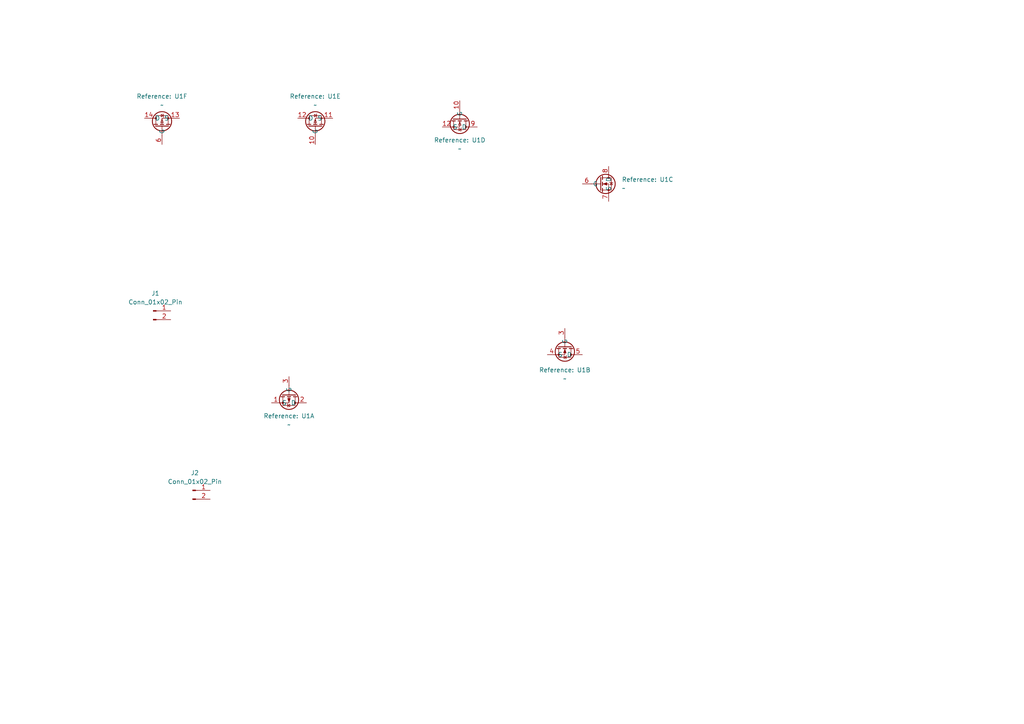
<source format=kicad_sch>
(kicad_sch (version 20250114) (generator "eeschema") (generator_version "9.0")
  (paper "A4")
  (lib_symbols
    (symbol "Connector:Conn_01x02_Pin" (pin_names (offset 1.016) (hide yes))
      (property "Reference" "J" (at 0 2.54 0))
      (property "Value" "Conn_01x02_Pin" (at 0 -5.08 0))
      (symbol "Conn_01x02_Pin_1_1"
        (rectangle (start 0.8636 0.127) (end 0 -0.127) (stroke (width 0.1524)) (fill (type outline)))
        (rectangle (start 0.8636 -2.413) (end 0 -2.667) (stroke (width 0.1524)) (fill (type outline)))
        (polyline (pts (xy 1.27 0) (xy 0.8636 0)) (stroke (width 0.1524)))
        (polyline (pts (xy 1.27 -2.54) (xy 0.8636 -2.54)) (stroke (width 0.1524)))
        (pin passive line (at 5.08 0 180) (length 3.81) (name "Pin_1") (number "1"))
        (pin passive line (at 5.08 -2.54 180) (length 3.81) (name "Pin_2") (number "2"))
      )
    )
    (symbol "Transistor_FET:CD4007"
      (property "Reference" "U" (at 0.762 4.826 0) (show_name))
      (symbol "CD4007_1_1"
        (polyline (pts (xy -2.54 -8.89) (xy 0 -8.89) (xy 0 -7.112)))
        (circle (center -1.778 -8.89) (radius 0.254) (fill (type outline)))
        (polyline (pts (xy -1.27 -7.112) (xy -2.286 -7.112)) (stroke (width 0.254)))
        (polyline (pts (xy -0.508 -9.144) (xy -0.381 -9.271) (xy -0.381 -10.033) (xy -0.254 -10.16)))
        (polyline (pts (xy -0.381 -9.652) (xy 0.254 -9.271) (xy 0.254 -10.033) (xy -0.381 -9.652)))
        (polyline (pts (xy 0 -6.604) (xy 0 -3.81)))
        (circle (center 0 -8.001) (radius 2.794) (stroke (width 0.254)))
        (polyline (pts (xy 0 -8.636) (xy 0.381 -7.62) (xy -0.381 -7.62) (xy 0 -8.636)) (fill (type outline)))
        (polyline (pts (xy 0.508 -7.112) (xy -0.508 -7.112)) (stroke (width 0.254)))
        (polyline (pts (xy 1.778 -7.112) (xy 1.778 -9.652) (xy -1.778 -9.652) (xy -1.778 -7.112)))
        (circle (center 1.778 -8.89) (radius 0.254) (fill (type outline)))
        (polyline (pts (xy 1.905 -6.604) (xy -1.905 -6.604)) (stroke (width 0.254)))
        (polyline (pts (xy 2.286 -7.112) (xy 1.27 -7.112)) (stroke (width 0.254)))
        (polyline (pts (xy 2.54 -8.89) (xy 1.778 -8.89)))
        (pin passive line (at -5.08 -8.89 0) (length 2.54) (name "S") (number "1"))
        (pin input line (at 0 -1.27 270) (length 2.54) (name "G") (number "3"))
        (pin passive line (at 5.08 -8.89 180) (length 2.54) (name "D") (number "2"))
      )
      (symbol "CD4007_2_1"
        (polyline (pts (xy -1.905 -10.795) (xy 0.635 -10.795) (xy 0.635 -9.017)))
        (polyline (pts (xy -1.143 -9.017) (xy -1.143 -11.557) (xy 2.413 -11.557) (xy 2.413 -9.017)))
        (circle (center -1.143 -10.795) (radius 0.254) (fill (type outline)))
        (polyline (pts (xy -0.635 -9.017) (xy -1.651 -9.017)) (stroke (width 0.254)))
        (polyline (pts (xy 0.635 -8.509) (xy 0.635 -5.715)))
        (polyline (pts (xy 0.635 -9.271) (xy 1.016 -10.287) (xy 0.254 -10.287) (xy 0.635 -9.271)) (fill (type outline)))
        (circle (center 0.635 -9.906) (radius 2.794) (stroke (width 0.254)))
        (polyline (pts (xy 1.016 -11.557) (xy 0.381 -11.176) (xy 0.381 -11.938) (xy 1.016 -11.557)))
        (polyline (pts (xy 1.143 -9.017) (xy 0.127 -9.017)) (stroke (width 0.254)))
        (polyline (pts (xy 1.143 -11.049) (xy 1.016 -11.176) (xy 1.016 -11.938) (xy 0.889 -12.065)))
        (circle (center 2.413 -10.795) (radius 0.254) (fill (type outline)))
        (polyline (pts (xy 2.54 -8.509) (xy -1.27 -8.509)) (stroke (width 0.254)))
        (polyline (pts (xy 2.921 -9.017) (xy 1.905 -9.017)) (stroke (width 0.254)))
        (polyline (pts (xy 3.175 -10.795) (xy 2.413 -10.795)))
        (pin passive line (at -4.445 -10.795 0) (length 2.54) (name "S") (number "4"))
        (pin input line (at 0.635 -3.175 270) (length 2.54) (name "G") (number "3"))
        (pin passive line (at 5.715 -10.795 180) (length 2.54) (name "D") (number "5"))
      )
      (symbol "CD4007_3_1"
        (polyline (pts (xy 14.224 -12.065) (xy 14.224 -15.875)) (stroke (width 0.254)))
        (polyline (pts (xy 14.224 -13.97) (xy 11.43 -13.97)))
        (polyline (pts (xy 14.732 -11.684) (xy 14.732 -12.7)) (stroke (width 0.254)))
        (polyline (pts (xy 14.732 -13.462) (xy 14.732 -14.478)) (stroke (width 0.254)))
        (polyline (pts (xy 14.732 -15.24) (xy 14.732 -16.256)) (stroke (width 0.254)))
        (polyline (pts (xy 14.732 -15.748) (xy 17.272 -15.748) (xy 17.272 -12.192) (xy 14.732 -12.192)))
        (polyline (pts (xy 14.986 -13.97) (xy 16.002 -13.589) (xy 16.002 -14.351) (xy 14.986 -13.97)) (fill (type outline)))
        (circle (center 15.621 -13.97) (radius 2.794) (stroke (width 0.254)))
        (polyline (pts (xy 16.51 -11.43) (xy 16.51 -12.192)))
        (circle (center 16.51 -12.192) (radius 0.254) (fill (type outline)))
        (circle (center 16.51 -15.748) (radius 0.254) (fill (type outline)))
        (polyline (pts (xy 16.51 -16.51) (xy 16.51 -13.97) (xy 14.732 -13.97)))
        (polyline (pts (xy 16.764 -13.462) (xy 16.891 -13.589) (xy 17.653 -13.589) (xy 17.78 -13.716)))
        (polyline (pts (xy 17.272 -13.589) (xy 16.891 -14.224) (xy 17.653 -14.224) (xy 17.272 -13.589)))
        (pin input line (at 8.89 -13.97 0) (length 2.54) (name "G") (number "6"))
        (pin passive line (at 16.51 -8.89 270) (length 2.54) (name "D") (number "8"))
        (pin passive line (at 16.51 -19.05 90) (length 2.54) (name "S") (number "7"))
      )
      (symbol "CD4007_4_1"
        (polyline (pts (xy -1.27 -12.7) (xy 1.27 -12.7) (xy 1.27 -10.922)))
        (polyline (pts (xy -0.508 -10.922) (xy -0.508 -13.462) (xy 3.048 -13.462) (xy 3.048 -10.922)))
        (circle (center -0.508 -12.7) (radius 0.254))
        (polyline (pts (xy 0 -10.922) (xy -1.016 -10.922)) (stroke (width 0.254)))
        (polyline (pts (xy 1.27 -10.414) (xy 1.27 -7.62)))
        (polyline (pts (xy 1.27 -11.176) (xy 1.651 -12.192) (xy 0.889 -12.192) (xy 1.27 -11.176)))
        (circle (center 1.27 -11.811) (radius 2.794) (stroke (width 0.254)))
        (polyline (pts (xy 1.651 -13.462) (xy 1.016 -13.081) (xy 1.016 -13.843) (xy 1.651 -13.462)))
        (polyline (pts (xy 1.778 -10.922) (xy 0.762 -10.922)) (stroke (width 0.254)))
        (polyline (pts (xy 1.778 -12.954) (xy 1.651 -13.081) (xy 1.651 -13.843) (xy 1.524 -13.97)))
        (circle (center 3.048 -12.7) (radius 0.254))
        (polyline (pts (xy 3.175 -10.414) (xy -0.635 -10.414)) (stroke (width 0.254)))
        (polyline (pts (xy 3.556 -10.922) (xy 2.54 -10.922)) (stroke (width 0.254)))
        (polyline (pts (xy 3.81 -12.7) (xy 3.048 -12.7)))
        (pin passive line (at -3.81 -12.7 0) (length 2.54) (name "S") (number "12"))
        (pin input line (at 1.27 -5.08 270) (length 2.54) (name "G") (number "10"))
        (pin passive line (at 6.35 -12.7 180) (length 2.54) (name "D") (number "9"))
      )
      (symbol "CD4007_5_1"
        (polyline (pts (xy -21.59 -8.89) (xy -20.828 -8.89)))
        (polyline (pts (xy -21.336 -10.668) (xy -20.32 -10.668)) (stroke (width 0.254)))
        (polyline (pts (xy -20.955 -11.176) (xy -17.145 -11.176)) (stroke (width 0.254)))
        (circle (center -20.828 -8.89) (radius 0.254))
        (polyline (pts (xy -20.828 -10.668) (xy -20.828 -8.128) (xy -17.272 -8.128) (xy -17.272 -10.668)))
        (polyline (pts (xy -19.558 -10.668) (xy -18.542 -10.668)) (stroke (width 0.254)))
        (polyline (pts (xy -19.05 -9.144) (xy -19.431 -10.16) (xy -18.669 -10.16) (xy -19.05 -9.144)))
        (circle (center -19.05 -9.779) (radius 2.794) (stroke (width 0.254)))
        (polyline (pts (xy -19.05 -11.176) (xy -19.05 -13.97)))
        (polyline (pts (xy -18.669 -8.128) (xy -19.304 -8.509) (xy -19.304 -7.747) (xy -18.669 -8.128)))
        (polyline (pts (xy -18.542 -8.636) (xy -18.669 -8.509) (xy -18.669 -7.747) (xy -18.796 -7.62)))
        (polyline (pts (xy -17.78 -10.668) (xy -16.764 -10.668)) (stroke (width 0.254)))
        (circle (center -17.272 -8.89) (radius 0.254))
        (polyline (pts (xy -16.51 -8.89) (xy -19.05 -8.89) (xy -19.05 -10.668)))
        (pin passive line (at -24.13 -8.89 0) (length 2.54) (name "D") (number "12"))
        (pin input line (at -19.05 -16.51 90) (length 2.54) (name "G") (number "10"))
        (pin passive line (at -13.97 -8.89 180) (length 2.54) (name "S") (number "11"))
      )
      (symbol "CD4007_6_1"
        (polyline (pts (xy -36.83 -6.35) (xy -36.068 -6.35)))
        (polyline (pts (xy -36.576 -8.128) (xy -35.56 -8.128)) (stroke (width 0.254)))
        (polyline (pts (xy -36.195 -8.636) (xy -32.385 -8.636)) (stroke (width 0.254)))
        (circle (center -36.068 -6.35) (radius 0.254))
        (polyline (pts (xy -36.068 -8.128) (xy -36.068 -5.588) (xy -32.512 -5.588) (xy -32.512 -8.128)))
        (polyline (pts (xy -34.798 -8.128) (xy -33.782 -8.128)) (stroke (width 0.254)))
        (polyline (pts (xy -34.29 -6.604) (xy -34.671 -7.62) (xy -33.909 -7.62) (xy -34.29 -6.604)))
        (circle (center -34.29 -7.239) (radius 2.794) (stroke (width 0.254)))
        (polyline (pts (xy -34.29 -8.636) (xy -34.29 -11.43)))
        (polyline (pts (xy -33.909 -5.588) (xy -34.544 -5.969) (xy -34.544 -5.207) (xy -33.909 -5.588)))
        (polyline (pts (xy -33.782 -6.096) (xy -33.909 -5.969) (xy -33.909 -5.207) (xy -34.036 -5.08)))
        (polyline (pts (xy -33.02 -8.128) (xy -32.004 -8.128)) (stroke (width 0.254)))
        (circle (center -32.512 -6.35) (radius 0.254))
        (polyline (pts (xy -31.75 -6.35) (xy -34.29 -6.35) (xy -34.29 -8.128)))
        (pin passive line (at -39.37 -6.35 0) (length 2.54) (name "D") (number "14"))
        (pin input line (at -34.29 -13.97 90) (length 2.54) (name "G") (number "6"))
        (pin passive line (at -29.21 -6.35 180) (length 2.54) (name "S") (number "13"))
      )
    )
  )
  (symbol (lib_id "Connector:Conn_01x02_Pin") (at 55.88 142.24 0) (unit 1)
    (property "Reference" "J2" (at 56.515 137.16 0))
    (property "Value" "Conn_01x02_Pin" (at 56.515 139.7 0))
    (property "Footprint" "Connector_PinHeader_2.00mm:PinHeader_1x02_P2.00mm_Vertical" (effects (hide yes)))
    (property "Description" "Generic connector, single row, 01x02, script generated" (effects (hide yes)))
  )
  (symbol (lib_id "Transistor_FET:CD4007") (at 83.82 107.95 0) (unit 1)
    (property "Reference" "U1" (at 83.82 120.65 0) (show_name yes))
    (property "Value" "~" (at 83.82 123.19 0))
    (property "Footprint" "Package_DIP:DIP-14_W7.62mm" (effects (hide yes)))
  )
  (symbol (lib_id "Connector:Conn_01x02_Pin") (at 44.45 90.17 0) (unit 1)
    (property "Reference" "J1" (at 45.085 85.09 0))
    (property "Value" "Conn_01x02_Pin" (at 45.085 87.63 0))
    (property "Footprint" "Connector_PinHeader_2.00mm:PinHeader_1x02_P2.00mm_Vertical" (effects (hide yes)))
    (property "Description" "Generic connector, single row, 01x02, script generated" (effects (hide yes)))
  )
  (symbol (lib_id "Transistor_FET:CD4007") (at 81.28 27.94 0) (unit 6)
    (property "Reference" "U1" (at 46.99 27.94 0) (show_name yes))
    (property "Value" "~" (at 46.99 30.48 0))
    (property "Footprint" "Package_DIP:DIP-14_W7.62mm" (effects (hide yes)))
  )
  (symbol (lib_id "Transistor_FET:CD4007") (at 132.08 24.13 0) (unit 4)
    (property "Reference" "U1" (at 133.35 40.64 0) (show_name yes))
    (property "Value" "~" (at 133.35 43.18 0))
    (property "Footprint" "Package_DIP:DIP-14_W7.62mm" (effects (hide yes)))
  )
  (symbol (lib_id "Transistor_FET:CD4007") (at 160.02 39.37 0) (unit 3)
    (property "Reference" "U1" (at 180.34 52.0699 0) (show_name yes) (effects (justify left)))
    (property "Value" "~" (at 180.34 54.6099 0) (effects (justify left)))
    (property "Footprint" "Package_DIP:DIP-14_W7.62mm" (effects (hide yes)))
  )
  (symbol (lib_id "Transistor_FET:CD4007") (at 163.195 92.075 0) (unit 2)
    (property "Reference" "U1" (at 163.83 107.315 0) (show_name yes))
    (property "Value" "~" (at 163.83 109.855 0))
    (property "Footprint" "Package_DIP:DIP-14_W7.62mm" (effects (hide yes)))
  )
  (symbol (lib_id "Transistor_FET:CD4007") (at 110.49 25.4 0) (unit 5)
    (property "Reference" "U1" (at 91.44 27.94 0) (show_name yes))
    (property "Value" "~" (at 91.44 30.48 0))
    (property "Footprint" "Package_DIP:DIP-14_W7.62mm" (effects (hide yes)))
  )
)
</source>
